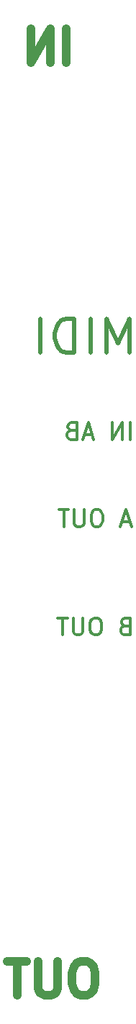
<source format=gbr>
%TF.GenerationSoftware,KiCad,Pcbnew,5.1.6+dfsg1-1*%
%TF.CreationDate,2020-08-19T02:21:13+02:00*%
%TF.ProjectId,midi_breakout,6d696469-5f62-4726-9561-6b6f75742e6b,rev?*%
%TF.SameCoordinates,Original*%
%TF.FileFunction,Legend,Bot*%
%TF.FilePolarity,Positive*%
%FSLAX46Y46*%
G04 Gerber Fmt 4.6, Leading zero omitted, Abs format (unit mm)*
G04 Created by KiCad (PCBNEW 5.1.6+dfsg1-1) date 2020-08-19 02:21:13*
%MOMM*%
%LPD*%
G01*
G04 APERTURE LIST*
%ADD10C,0.500000*%
%ADD11C,0.300000*%
%ADD12C,1.000000*%
G04 APERTURE END LIST*
D10*
X34760515Y-60704503D02*
X34760515Y-56704503D01*
X33427181Y-59561646D01*
X32093848Y-56704503D01*
X32093848Y-60704503D01*
X30189086Y-60704503D02*
X30189086Y-56704503D01*
X28284324Y-60704503D02*
X28284324Y-56704503D01*
X27331943Y-56704503D01*
X26760515Y-56894980D01*
X26379562Y-57275932D01*
X26189086Y-57656884D01*
X25998610Y-58418789D01*
X25998610Y-58990218D01*
X26189086Y-59752122D01*
X26379562Y-60133075D01*
X26760515Y-60514027D01*
X27331943Y-60704503D01*
X28284324Y-60704503D01*
X24284324Y-60704503D02*
X24284324Y-56704503D01*
D11*
X34226190Y-92857142D02*
X33940476Y-92952380D01*
X33845238Y-93047619D01*
X33750000Y-93238095D01*
X33750000Y-93523809D01*
X33845238Y-93714285D01*
X33940476Y-93809523D01*
X34130952Y-93904761D01*
X34892857Y-93904761D01*
X34892857Y-91904761D01*
X34226190Y-91904761D01*
X34035714Y-92000000D01*
X33940476Y-92095238D01*
X33845238Y-92285714D01*
X33845238Y-92476190D01*
X33940476Y-92666666D01*
X34035714Y-92761904D01*
X34226190Y-92857142D01*
X34892857Y-92857142D01*
X30988095Y-91904761D02*
X30607142Y-91904761D01*
X30416666Y-92000000D01*
X30226190Y-92190476D01*
X30130952Y-92571428D01*
X30130952Y-93238095D01*
X30226190Y-93619047D01*
X30416666Y-93809523D01*
X30607142Y-93904761D01*
X30988095Y-93904761D01*
X31178571Y-93809523D01*
X31369047Y-93619047D01*
X31464285Y-93238095D01*
X31464285Y-92571428D01*
X31369047Y-92190476D01*
X31178571Y-92000000D01*
X30988095Y-91904761D01*
X29273809Y-91904761D02*
X29273809Y-93523809D01*
X29178571Y-93714285D01*
X29083333Y-93809523D01*
X28892857Y-93904761D01*
X28511904Y-93904761D01*
X28321428Y-93809523D01*
X28226190Y-93714285D01*
X28130952Y-93523809D01*
X28130952Y-91904761D01*
X27464285Y-91904761D02*
X26321428Y-91904761D01*
X26892857Y-93904761D02*
X26892857Y-91904761D01*
X34845238Y-80583333D02*
X33892857Y-80583333D01*
X35035714Y-81154761D02*
X34369047Y-79154761D01*
X33702380Y-81154761D01*
X31130952Y-79154761D02*
X30750000Y-79154761D01*
X30559523Y-79250000D01*
X30369047Y-79440476D01*
X30273809Y-79821428D01*
X30273809Y-80488095D01*
X30369047Y-80869047D01*
X30559523Y-81059523D01*
X30750000Y-81154761D01*
X31130952Y-81154761D01*
X31321428Y-81059523D01*
X31511904Y-80869047D01*
X31607142Y-80488095D01*
X31607142Y-79821428D01*
X31511904Y-79440476D01*
X31321428Y-79250000D01*
X31130952Y-79154761D01*
X29416666Y-79154761D02*
X29416666Y-80773809D01*
X29321428Y-80964285D01*
X29226190Y-81059523D01*
X29035714Y-81154761D01*
X28654761Y-81154761D01*
X28464285Y-81059523D01*
X28369047Y-80964285D01*
X28273809Y-80773809D01*
X28273809Y-79154761D01*
X27607142Y-79154761D02*
X26464285Y-79154761D01*
X27035714Y-81154761D02*
X27035714Y-79154761D01*
%TO.C,IN*%
D12*
X27345238Y-26559523D02*
X27345238Y-22559523D01*
X25440476Y-26559523D02*
X25440476Y-22559523D01*
X23154761Y-26559523D01*
X23154761Y-22559523D01*
%TO.C,IN AB*%
D11*
X34862946Y-70902081D02*
X34862946Y-68902081D01*
X33910565Y-70902081D02*
X33910565Y-68902081D01*
X32767708Y-70902081D01*
X32767708Y-68902081D01*
X30386756Y-70330653D02*
X29434375Y-70330653D01*
X30577232Y-70902081D02*
X29910565Y-68902081D01*
X29243899Y-70902081D01*
X27910565Y-69854462D02*
X27624851Y-69949700D01*
X27529613Y-70044939D01*
X27434375Y-70235415D01*
X27434375Y-70521129D01*
X27529613Y-70711605D01*
X27624851Y-70806843D01*
X27815327Y-70902081D01*
X28577232Y-70902081D01*
X28577232Y-68902081D01*
X27910565Y-68902081D01*
X27720089Y-68997320D01*
X27624851Y-69092558D01*
X27529613Y-69283034D01*
X27529613Y-69473510D01*
X27624851Y-69663986D01*
X27720089Y-69759224D01*
X27910565Y-69854462D01*
X28577232Y-69854462D01*
%TO.C,OUT*%
D12*
X29750000Y-132309523D02*
X28988095Y-132309523D01*
X28607142Y-132500000D01*
X28226190Y-132880952D01*
X28035714Y-133642857D01*
X28035714Y-134976190D01*
X28226190Y-135738095D01*
X28607142Y-136119047D01*
X28988095Y-136309523D01*
X29750000Y-136309523D01*
X30130952Y-136119047D01*
X30511904Y-135738095D01*
X30702380Y-134976190D01*
X30702380Y-133642857D01*
X30511904Y-132880952D01*
X30130952Y-132500000D01*
X29750000Y-132309523D01*
X26321428Y-132309523D02*
X26321428Y-135547619D01*
X26130952Y-135928571D01*
X25940476Y-136119047D01*
X25559523Y-136309523D01*
X24797619Y-136309523D01*
X24416666Y-136119047D01*
X24226190Y-135928571D01*
X24035714Y-135547619D01*
X24035714Y-132309523D01*
X22702380Y-132309523D02*
X20416666Y-132309523D01*
X21559523Y-136309523D02*
X21559523Y-132309523D01*
%TD*%
M02*

</source>
